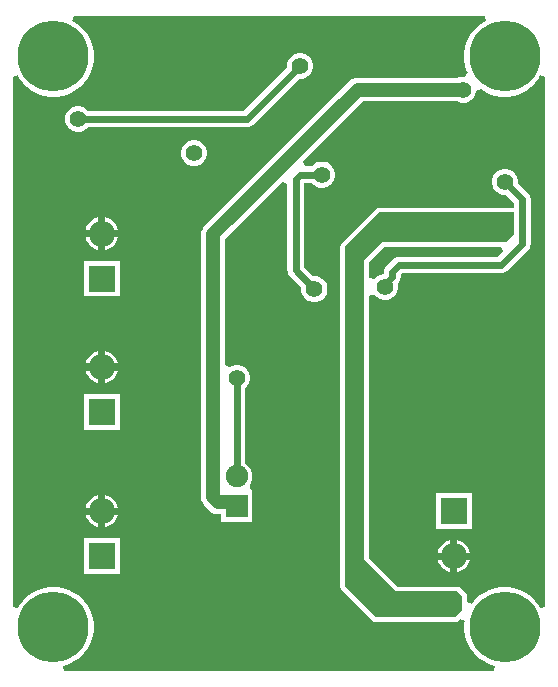
<source format=gbl>
G04*
G04 #@! TF.GenerationSoftware,Altium Limited,Altium Designer,24.10.1 (45)*
G04*
G04 Layer_Physical_Order=2*
G04 Layer_Color=16711680*
%FSLAX24Y24*%
%MOIN*%
G70*
G04*
G04 #@! TF.SameCoordinates,A2B8B827-00CD-4321-91CD-3D45FF0E1E4C*
G04*
G04*
G04 #@! TF.FilePolarity,Positive*
G04*
G01*
G75*
%ADD64C,0.0236*%
%ADD65C,0.0472*%
%ADD70C,0.0866*%
%ADD71R,0.0866X0.0866*%
%ADD72R,0.0748X0.0748*%
%ADD73C,0.0748*%
%ADD74C,0.2362*%
%ADD75C,0.0551*%
G36*
X15748Y21654D02*
X15676Y21617D01*
X15506Y21493D01*
X15357Y21344D01*
X15233Y21174D01*
X15137Y20986D01*
X15072Y20786D01*
X15039Y20578D01*
Y20367D01*
X15072Y20159D01*
X15137Y19959D01*
X15146Y19942D01*
X15086Y19848D01*
X15040Y19803D01*
X14943D01*
X14833Y19774D01*
X14822Y19767D01*
X11485D01*
X11382Y19754D01*
X11286Y19714D01*
X11204Y19651D01*
X6373Y14820D01*
X6310Y14737D01*
X6270Y14642D01*
X6256Y14539D01*
Y5789D01*
X6270Y5686D01*
X6310Y5590D01*
X6373Y5508D01*
X6551Y5329D01*
X6633Y5266D01*
X6729Y5227D01*
X6832Y5213D01*
X6909D01*
Y4941D01*
X7972D01*
Y6004D01*
X7947D01*
X7893Y6099D01*
X7875Y6161D01*
X7936Y6267D01*
X7972Y6402D01*
Y6542D01*
X7936Y6678D01*
X7866Y6799D01*
X7767Y6898D01*
X7719Y6926D01*
Y9429D01*
X7787Y9498D01*
X7844Y9597D01*
X7874Y9707D01*
Y9821D01*
X7844Y9931D01*
X7787Y10030D01*
X7707Y10110D01*
X7608Y10167D01*
X7498Y10197D01*
X7384D01*
X7274Y10167D01*
X7208Y10129D01*
X7101Y10169D01*
X7051Y10209D01*
Y14374D01*
X8974Y16298D01*
X9131Y16233D01*
Y13346D01*
X9141Y13275D01*
X9169Y13207D01*
X9213Y13150D01*
X9606Y12757D01*
Y12660D01*
X9636Y12549D01*
X9693Y12451D01*
X9773Y12370D01*
X9872Y12313D01*
X9982Y12283D01*
X10096D01*
X10207Y12313D01*
X10305Y12370D01*
X10386Y12451D01*
X10443Y12549D01*
X10472Y12660D01*
Y12774D01*
X10443Y12884D01*
X10386Y12982D01*
X10305Y13063D01*
X10207Y13120D01*
X10096Y13150D01*
X9999D01*
X9687Y13462D01*
Y16257D01*
X9941D01*
X10010Y16189D01*
X10108Y16132D01*
X10219Y16102D01*
X10333D01*
X10443Y16132D01*
X10541Y16189D01*
X10622Y16270D01*
X10679Y16368D01*
X10709Y16478D01*
Y16592D01*
X10679Y16703D01*
X10622Y16801D01*
X10541Y16882D01*
X10443Y16939D01*
X10333Y16968D01*
X10219D01*
X10108Y16939D01*
X10010Y16882D01*
X9941Y16813D01*
X9712D01*
X9647Y16971D01*
X11649Y18973D01*
X14822D01*
X14833Y18967D01*
X14943Y18937D01*
X15057D01*
X15167Y18967D01*
X15266Y19024D01*
X15347Y19104D01*
X15404Y19203D01*
X15433Y19313D01*
X15591Y19390D01*
X15676Y19328D01*
X15864Y19232D01*
X16064Y19167D01*
X16273Y19134D01*
X16483D01*
X16691Y19167D01*
X16892Y19232D01*
X17080Y19328D01*
X17250Y19451D01*
X17399Y19600D01*
X17523Y19771D01*
X17559Y19842D01*
X17717Y19804D01*
Y2125D01*
X17559Y2087D01*
X17523Y2158D01*
X17399Y2329D01*
X17250Y2478D01*
X17080Y2602D01*
X16892Y2697D01*
X16691Y2762D01*
X16483Y2795D01*
X16273D01*
X16064Y2762D01*
X15864Y2697D01*
X15676Y2602D01*
X15506Y2478D01*
X15357Y2329D01*
X15279Y2221D01*
X15121Y2272D01*
Y2480D01*
X15109Y2542D01*
X15074Y2594D01*
X15074Y2594D01*
X14917Y2751D01*
X14865Y2786D01*
X14803Y2798D01*
X14803Y2798D01*
X12822D01*
X11853Y3767D01*
Y12488D01*
X11883Y12512D01*
X12055Y12529D01*
X12136Y12449D01*
X12234Y12392D01*
X12345Y12362D01*
X12459D01*
X12569Y12392D01*
X12667Y12449D01*
X12748Y12529D01*
X12805Y12628D01*
X12835Y12738D01*
Y12852D01*
X12820Y12906D01*
X12825Y12911D01*
X12870Y12969D01*
X12897Y13036D01*
X12907Y13108D01*
Y13183D01*
X12970Y13247D01*
X16260D01*
X16332Y13256D01*
X16399Y13284D01*
X16457Y13328D01*
X17165Y14036D01*
X17209Y14094D01*
X17237Y14161D01*
X17246Y14233D01*
Y15709D01*
X17237Y15781D01*
X17209Y15848D01*
X17165Y15905D01*
X16811Y16259D01*
Y16356D01*
X16782Y16466D01*
X16724Y16565D01*
X16644Y16646D01*
X16545Y16703D01*
X16435Y16732D01*
X16321D01*
X16211Y16703D01*
X16112Y16646D01*
X16031Y16565D01*
X15974Y16466D01*
X15945Y16356D01*
Y16242D01*
X15974Y16132D01*
X16031Y16033D01*
X16112Y15953D01*
X16211Y15896D01*
X16321Y15866D01*
X16418D01*
X16690Y15594D01*
X16690Y15436D01*
X12205D01*
X12205Y15436D01*
X12143Y15424D01*
X12091Y15389D01*
X10949Y14247D01*
X10915Y14195D01*
X10902Y14134D01*
X10902Y14134D01*
Y2795D01*
X10915Y2734D01*
X10949Y2682D01*
X11973Y1658D01*
X12025Y1623D01*
X12087Y1611D01*
X12087Y1611D01*
X14724D01*
X14724Y1611D01*
X14786Y1623D01*
X14838Y1658D01*
X14838Y1658D01*
X14906Y1726D01*
X15053Y1651D01*
X15039Y1562D01*
Y1351D01*
X15072Y1143D01*
X15137Y943D01*
X15233Y755D01*
X15357Y585D01*
X15506Y436D01*
X15676Y312D01*
X15864Y216D01*
X16064Y151D01*
X16033Y0D01*
X1684D01*
X1652Y151D01*
X1852Y216D01*
X2040Y312D01*
X2211Y436D01*
X2360Y585D01*
X2483Y755D01*
X2579Y943D01*
X2644Y1143D01*
X2677Y1351D01*
Y1562D01*
X2644Y1770D01*
X2579Y1971D01*
X2483Y2158D01*
X2360Y2329D01*
X2211Y2478D01*
X2040Y2602D01*
X1852Y2697D01*
X1652Y2762D01*
X1444Y2795D01*
X1233D01*
X1025Y2762D01*
X825Y2697D01*
X637Y2602D01*
X467Y2478D01*
X318Y2329D01*
X194Y2158D01*
X157Y2087D01*
X0Y2125D01*
Y19804D01*
X157Y19842D01*
X194Y19771D01*
X318Y19600D01*
X467Y19451D01*
X637Y19328D01*
X825Y19232D01*
X1025Y19167D01*
X1233Y19134D01*
X1444D01*
X1652Y19167D01*
X1852Y19232D01*
X2040Y19328D01*
X2211Y19451D01*
X2360Y19600D01*
X2483Y19771D01*
X2579Y19959D01*
X2644Y20159D01*
X2677Y20367D01*
Y20578D01*
X2644Y20786D01*
X2579Y20986D01*
X2483Y21174D01*
X2360Y21344D01*
X2211Y21493D01*
X2040Y21617D01*
X1969Y21654D01*
X2007Y21811D01*
X15710D01*
X15748Y21654D01*
D02*
G37*
G36*
X16316Y13973D02*
X16145Y13802D01*
X12855D01*
X12783Y13793D01*
X12716Y13765D01*
X12659Y13721D01*
X12432Y13495D01*
X12388Y13437D01*
X12360Y13370D01*
X12351Y13298D01*
Y13228D01*
X12345D01*
X12234Y13199D01*
X12136Y13142D01*
X12055Y13061D01*
X11883Y13078D01*
X11853Y13102D01*
Y13612D01*
X12372Y14131D01*
X16251D01*
X16316Y13973D01*
D02*
G37*
G36*
X16691Y14565D02*
X16417Y14291D01*
X12306D01*
X11693Y13678D01*
Y3701D01*
X12756Y2638D01*
X14803D01*
X14961Y2480D01*
Y2008D01*
X14724Y1772D01*
X12087D01*
X11063Y2795D01*
Y14134D01*
X12205Y15276D01*
X16691D01*
Y14565D01*
D02*
G37*
%LPC*%
G36*
X9624Y20591D02*
X9510D01*
X9400Y20561D01*
X9301Y20504D01*
X9220Y20423D01*
X9163Y20325D01*
X9134Y20214D01*
Y20118D01*
X7680Y18664D01*
X2500D01*
X2431Y18732D01*
X2333Y18789D01*
X2222Y18819D01*
X2108D01*
X1998Y18789D01*
X1899Y18732D01*
X1819Y18652D01*
X1762Y18553D01*
X1732Y18443D01*
Y18329D01*
X1762Y18219D01*
X1819Y18120D01*
X1899Y18039D01*
X1998Y17982D01*
X2108Y17953D01*
X2222D01*
X2333Y17982D01*
X2431Y18039D01*
X2500Y18108D01*
X7795D01*
X7867Y18117D01*
X7934Y18145D01*
X7992Y18189D01*
X9527Y19724D01*
X9624D01*
X9734Y19754D01*
X9833Y19811D01*
X9913Y19892D01*
X9970Y19990D01*
X10000Y20100D01*
Y20214D01*
X9970Y20325D01*
X9913Y20423D01*
X9833Y20504D01*
X9734Y20561D01*
X9624Y20591D01*
D02*
G37*
G36*
X6081Y17677D02*
X5967D01*
X5856Y17648D01*
X5758Y17591D01*
X5677Y17510D01*
X5620Y17411D01*
X5591Y17301D01*
Y17187D01*
X5620Y17077D01*
X5677Y16978D01*
X5758Y16898D01*
X5856Y16841D01*
X5967Y16811D01*
X6081D01*
X6191Y16841D01*
X6290Y16898D01*
X6370Y16978D01*
X6427Y17077D01*
X6457Y17187D01*
Y17301D01*
X6427Y17411D01*
X6370Y17510D01*
X6290Y17591D01*
X6191Y17648D01*
X6081Y17677D01*
D02*
G37*
G36*
X3071Y15110D02*
Y14689D01*
X3492D01*
X3466Y14784D01*
X3394Y14909D01*
X3291Y15012D01*
X3165Y15084D01*
X3071Y15110D01*
D02*
G37*
G36*
X2835Y15110D02*
X2740Y15084D01*
X2614Y15012D01*
X2512Y14909D01*
X2439Y14784D01*
X2414Y14689D01*
X2835D01*
Y15110D01*
D02*
G37*
G36*
Y14453D02*
X2414D01*
X2439Y14358D01*
X2512Y14232D01*
X2614Y14130D01*
X2740Y14057D01*
X2835Y14032D01*
Y14453D01*
D02*
G37*
G36*
X3492D02*
X3071D01*
Y14032D01*
X3165Y14057D01*
X3291Y14130D01*
X3394Y14232D01*
X3466Y14358D01*
X3492Y14453D01*
D02*
G37*
G36*
X3543Y13661D02*
X2362D01*
Y12480D01*
X3543D01*
Y13661D01*
D02*
G37*
G36*
X3071Y10661D02*
Y10240D01*
X3492D01*
X3466Y10335D01*
X3394Y10460D01*
X3291Y10563D01*
X3165Y10636D01*
X3071Y10661D01*
D02*
G37*
G36*
X2835D02*
X2740Y10636D01*
X2614Y10563D01*
X2512Y10460D01*
X2439Y10335D01*
X2414Y10240D01*
X2835D01*
Y10661D01*
D02*
G37*
G36*
X3492Y10004D02*
X3071D01*
Y9583D01*
X3165Y9608D01*
X3291Y9681D01*
X3394Y9784D01*
X3466Y9909D01*
X3492Y10004D01*
D02*
G37*
G36*
X2835D02*
X2414D01*
X2439Y9909D01*
X2512Y9784D01*
X2614Y9681D01*
X2740Y9608D01*
X2835Y9583D01*
Y10004D01*
D02*
G37*
G36*
X3543Y9213D02*
X2362D01*
Y8031D01*
X3543D01*
Y9213D01*
D02*
G37*
G36*
X3071Y5858D02*
Y5437D01*
X3492D01*
X3466Y5532D01*
X3394Y5657D01*
X3291Y5760D01*
X3165Y5833D01*
X3071Y5858D01*
D02*
G37*
G36*
X2835Y5858D02*
X2740Y5833D01*
X2614Y5760D01*
X2512Y5657D01*
X2439Y5532D01*
X2414Y5437D01*
X2835D01*
Y5858D01*
D02*
G37*
G36*
Y5201D02*
X2414D01*
X2439Y5106D01*
X2512Y4980D01*
X2614Y4878D01*
X2740Y4805D01*
X2835Y4780D01*
Y5201D01*
D02*
G37*
G36*
X3492D02*
X3071D01*
Y4780D01*
X3165Y4805D01*
X3291Y4878D01*
X3394Y4980D01*
X3466Y5106D01*
X3492Y5201D01*
D02*
G37*
G36*
X15276Y5909D02*
X14094D01*
Y4728D01*
X15276D01*
Y5909D01*
D02*
G37*
G36*
X14803Y4358D02*
Y3937D01*
X15224D01*
X15199Y4032D01*
X15126Y4157D01*
X15023Y4260D01*
X14898Y4333D01*
X14803Y4358D01*
D02*
G37*
G36*
X14567D02*
X14472Y4333D01*
X14347Y4260D01*
X14244Y4157D01*
X14171Y4032D01*
X14146Y3937D01*
X14567D01*
Y4358D01*
D02*
G37*
G36*
Y3701D02*
X14146D01*
X14171Y3606D01*
X14244Y3480D01*
X14347Y3378D01*
X14472Y3305D01*
X14567Y3280D01*
Y3701D01*
D02*
G37*
G36*
X15224D02*
X14803D01*
Y3280D01*
X14898Y3305D01*
X15023Y3378D01*
X15126Y3480D01*
X15199Y3606D01*
X15224Y3701D01*
D02*
G37*
G36*
X3543Y4409D02*
X2362D01*
Y3228D01*
X3543D01*
Y4409D01*
D02*
G37*
%LPD*%
D64*
X12629Y13298D02*
X12855Y13525D01*
X12402Y12881D02*
X12629Y13108D01*
X12402Y12795D02*
Y12881D01*
X12629Y13108D02*
Y13298D01*
X12855Y13525D02*
X16260D01*
X9548Y16535D02*
X10276D01*
X9409Y13346D02*
Y16397D01*
X9548Y16535D01*
X7441Y6472D02*
Y9764D01*
X7795Y18386D02*
X9567Y20157D01*
X2165Y18386D02*
X7795D01*
X16378Y16299D02*
X16968Y15709D01*
X16260Y13525D02*
X16968Y14233D01*
Y15709D01*
X9409Y13346D02*
X10039Y12717D01*
D65*
X6654Y5789D02*
X6832Y5610D01*
X7303D01*
X6654Y5789D02*
Y14539D01*
X7303Y5610D02*
X7441Y5472D01*
X6654Y14539D02*
X11485Y19370D01*
X15000D01*
D70*
X2953Y10122D02*
D03*
Y14571D02*
D03*
X14685Y3819D02*
D03*
X2953Y5319D02*
D03*
D71*
Y8622D02*
D03*
Y13071D02*
D03*
X14685Y5319D02*
D03*
X2953Y3819D02*
D03*
D72*
X7441Y5472D02*
D03*
D73*
Y6472D02*
D03*
D74*
X16378Y20472D02*
D03*
Y1457D02*
D03*
X1339Y20472D02*
D03*
Y1457D02*
D03*
D75*
X7008Y1890D02*
D03*
X6102D02*
D03*
X5118D02*
D03*
X12402Y12795D02*
D03*
X7480Y17244D02*
D03*
X6850Y21260D02*
D03*
X5866D02*
D03*
X4843D02*
D03*
X11339Y17283D02*
D03*
X10276Y16535D02*
D03*
X15000Y19370D02*
D03*
X15197Y14764D02*
D03*
X16102D02*
D03*
X16378Y16299D02*
D03*
X9094Y11063D02*
D03*
X13819Y2205D02*
D03*
X13858Y10906D02*
D03*
X14646Y2205D02*
D03*
X9567Y20157D02*
D03*
X2165Y18386D02*
D03*
X2165Y17638D02*
D03*
X6024Y17244D02*
D03*
X10039Y12717D02*
D03*
X10315Y15315D02*
D03*
X7441Y9764D02*
D03*
X14606Y10197D02*
D03*
X13858Y9488D02*
D03*
X14606D02*
D03*
X13858Y10197D02*
D03*
M02*

</source>
